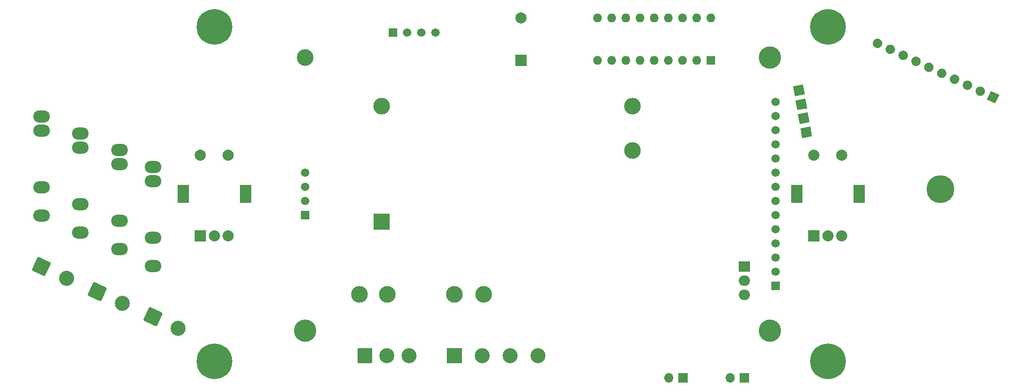
<source format=gbr>
G04 #@! TF.GenerationSoftware,KiCad,Pcbnew,5.1.9-73d0e3b20d~88~ubuntu20.04.1*
G04 #@! TF.CreationDate,2021-01-19T15:00:29+09:00*
G04 #@! TF.ProjectId,ESP32DUALDIAL,45535033-3244-4554-914c-4449414c2e6b,rev?*
G04 #@! TF.SameCoordinates,Original*
G04 #@! TF.FileFunction,Soldermask,Bot*
G04 #@! TF.FilePolarity,Negative*
%FSLAX46Y46*%
G04 Gerber Fmt 4.6, Leading zero omitted, Abs format (unit mm)*
G04 Created by KiCad (PCBNEW 5.1.9-73d0e3b20d~88~ubuntu20.04.1) date 2021-01-19 15:00:29*
%MOMM*%
%LPD*%
G01*
G04 APERTURE LIST*
%ADD10R,1.500000X1.500000*%
%ADD11C,1.500000*%
%ADD12C,4.000000*%
%ADD13C,3.000000*%
%ADD14R,2.000000X2.000000*%
%ADD15C,2.000000*%
%ADD16O,1.700000X1.700000*%
%ADD17R,1.700000X1.700000*%
%ADD18R,3.000000X3.000000*%
%ADD19R,2.000000X1.905000*%
%ADD20O,2.000000X1.905000*%
%ADD21R,2.000000X3.200000*%
%ADD22C,5.000000*%
%ADD23C,0.100000*%
%ADD24C,6.400000*%
%ADD25R,1.600000X1.600000*%
%ADD26O,1.600000X1.600000*%
%ADD27O,3.000000X2.200000*%
%ADD28R,2.700000X2.700000*%
%ADD29C,2.700000*%
G04 APERTURE END LIST*
D10*
X160600000Y-126501000D03*
D11*
X160600000Y-123961000D03*
X160600000Y-121421000D03*
X160600000Y-118881000D03*
X160600000Y-116341000D03*
X160600000Y-113801000D03*
X160600000Y-111261000D03*
X160600000Y-108721000D03*
X160600000Y-106181000D03*
D12*
X159600000Y-134500000D03*
X159600000Y-85500000D03*
X76300000Y-134500000D03*
D13*
X76300000Y-85500000D03*
D11*
X160600000Y-98561000D03*
X160600000Y-101101000D03*
X160600000Y-103641000D03*
X160600000Y-96021000D03*
X160600000Y-93481000D03*
X76300000Y-111261000D03*
D10*
X76300000Y-113801000D03*
D11*
X76300000Y-108721000D03*
X76300000Y-106181000D03*
D14*
X115000000Y-86000000D03*
D15*
X115000000Y-78400000D03*
D16*
X141460000Y-143000000D03*
D17*
X144000000Y-143000000D03*
X155000000Y-143000000D03*
D16*
X152460000Y-143000000D03*
D13*
X135000000Y-94200000D03*
X90000000Y-94200000D03*
X135000000Y-102200000D03*
D18*
X90000000Y-115000000D03*
D19*
X155000000Y-123000000D03*
D20*
X155000000Y-125540000D03*
X155000000Y-128080000D03*
D15*
X172500000Y-103000000D03*
X167500000Y-103000000D03*
D21*
X175600000Y-110000000D03*
X164400000Y-110000000D03*
D15*
X172500000Y-117500000D03*
X170000000Y-117500000D03*
D14*
X167500000Y-117500000D03*
X57500000Y-117500000D03*
D15*
X60000000Y-117500000D03*
X62500000Y-117500000D03*
D21*
X54400000Y-110000000D03*
X65600000Y-110000000D03*
D15*
X57500000Y-103000000D03*
X62500000Y-103000000D03*
D22*
X190192723Y-109149716D03*
D10*
X92000000Y-81000000D03*
D11*
X94540000Y-81000000D03*
X97080000Y-81000000D03*
X99620000Y-81000000D03*
G36*
G01*
X178526622Y-83721852D02*
X178526622Y-83721852D01*
G75*
G02*
X178115486Y-82592264I359226J770362D01*
G01*
X178115486Y-82592264D01*
G75*
G02*
X179245074Y-82181128I770362J-359226D01*
G01*
X179245074Y-82181128D01*
G75*
G02*
X179656210Y-83310716I-359226J-770362D01*
G01*
X179656210Y-83310716D01*
G75*
G02*
X178526622Y-83721852I-770362J359226D01*
G01*
G37*
G36*
G01*
X180828644Y-84795302D02*
X180828644Y-84795302D01*
G75*
G02*
X180417508Y-83665714I359226J770362D01*
G01*
X180417508Y-83665714D01*
G75*
G02*
X181547096Y-83254578I770362J-359226D01*
G01*
X181547096Y-83254578D01*
G75*
G02*
X181958232Y-84384166I-359226J-770362D01*
G01*
X181958232Y-84384166D01*
G75*
G02*
X180828644Y-84795302I-770362J359226D01*
G01*
G37*
G36*
G01*
X183130666Y-85868752D02*
X183130666Y-85868752D01*
G75*
G02*
X182719530Y-84739164I359226J770362D01*
G01*
X182719530Y-84739164D01*
G75*
G02*
X183849118Y-84328028I770362J-359226D01*
G01*
X183849118Y-84328028D01*
G75*
G02*
X184260254Y-85457616I-359226J-770362D01*
G01*
X184260254Y-85457616D01*
G75*
G02*
X183130666Y-85868752I-770362J359226D01*
G01*
G37*
G36*
G01*
X185432687Y-86942203D02*
X185432687Y-86942203D01*
G75*
G02*
X185021551Y-85812615I359226J770362D01*
G01*
X185021551Y-85812615D01*
G75*
G02*
X186151139Y-85401479I770362J-359226D01*
G01*
X186151139Y-85401479D01*
G75*
G02*
X186562275Y-86531067I-359226J-770362D01*
G01*
X186562275Y-86531067D01*
G75*
G02*
X185432687Y-86942203I-770362J359226D01*
G01*
G37*
G36*
G01*
X187734709Y-88015653D02*
X187734709Y-88015653D01*
G75*
G02*
X187323573Y-86886065I359226J770362D01*
G01*
X187323573Y-86886065D01*
G75*
G02*
X188453161Y-86474929I770362J-359226D01*
G01*
X188453161Y-86474929D01*
G75*
G02*
X188864297Y-87604517I-359226J-770362D01*
G01*
X188864297Y-87604517D01*
G75*
G02*
X187734709Y-88015653I-770362J359226D01*
G01*
G37*
G36*
G01*
X190036731Y-89089103D02*
X190036731Y-89089103D01*
G75*
G02*
X189625595Y-87959515I359226J770362D01*
G01*
X189625595Y-87959515D01*
G75*
G02*
X190755183Y-87548379I770362J-359226D01*
G01*
X190755183Y-87548379D01*
G75*
G02*
X191166319Y-88677967I-359226J-770362D01*
G01*
X191166319Y-88677967D01*
G75*
G02*
X190036731Y-89089103I-770362J359226D01*
G01*
G37*
G36*
G01*
X192338753Y-90162554D02*
X192338753Y-90162554D01*
G75*
G02*
X191927617Y-89032966I359226J770362D01*
G01*
X191927617Y-89032966D01*
G75*
G02*
X193057205Y-88621830I770362J-359226D01*
G01*
X193057205Y-88621830D01*
G75*
G02*
X193468341Y-89751418I-359226J-770362D01*
G01*
X193468341Y-89751418D01*
G75*
G02*
X192338753Y-90162554I-770362J359226D01*
G01*
G37*
G36*
G01*
X194640774Y-91236004D02*
X194640774Y-91236004D01*
G75*
G02*
X194229638Y-90106416I359226J770362D01*
G01*
X194229638Y-90106416D01*
G75*
G02*
X195359226Y-89695280I770362J-359226D01*
G01*
X195359226Y-89695280D01*
G75*
G02*
X195770362Y-90824868I-359226J-770362D01*
G01*
X195770362Y-90824868D01*
G75*
G02*
X194640774Y-91236004I-770362J359226D01*
G01*
G37*
G36*
G01*
X196942796Y-92309455D02*
X196942796Y-92309455D01*
G75*
G02*
X196531660Y-91179867I359226J770362D01*
G01*
X196531660Y-91179867D01*
G75*
G02*
X197661248Y-90768731I770362J-359226D01*
G01*
X197661248Y-90768731D01*
G75*
G02*
X198072384Y-91898319I-359226J-770362D01*
G01*
X198072384Y-91898319D01*
G75*
G02*
X196942796Y-92309455I-770362J359226D01*
G01*
G37*
D23*
G36*
X200015180Y-93742130D02*
G01*
X198474457Y-93023679D01*
X199192908Y-91482956D01*
X200733631Y-92201407D01*
X200015180Y-93742130D01*
G37*
D24*
X60000000Y-140000000D03*
X170000000Y-80000000D03*
X170000000Y-140000000D03*
X60000000Y-80000000D03*
D25*
X149000000Y-86000000D03*
D26*
X128680000Y-78380000D03*
X146460000Y-86000000D03*
X131220000Y-78380000D03*
X143920000Y-86000000D03*
X133760000Y-78380000D03*
X141380000Y-86000000D03*
X136300000Y-78380000D03*
X138840000Y-86000000D03*
X138840000Y-78380000D03*
X136300000Y-86000000D03*
X141380000Y-78380000D03*
X133760000Y-86000000D03*
X143920000Y-78380000D03*
X131220000Y-86000000D03*
X146460000Y-78380000D03*
X128680000Y-86000000D03*
X149000000Y-78380000D03*
D27*
X49000000Y-122880000D03*
X49000000Y-117800000D03*
X49000000Y-107640000D03*
X49000000Y-105100000D03*
X43000000Y-102100000D03*
X43000000Y-104640000D03*
X43000000Y-114800000D03*
X43000000Y-119880000D03*
X36000000Y-99100000D03*
X36000000Y-101640000D03*
X36000000Y-111800000D03*
X36000000Y-116880000D03*
X29000000Y-113880000D03*
X29000000Y-108800000D03*
X29000000Y-98640000D03*
X29000000Y-96100000D03*
D23*
G36*
X166836703Y-97853240D02*
G01*
X167149269Y-99625894D01*
X165376615Y-99938460D01*
X165064049Y-98165806D01*
X166836703Y-97853240D01*
G37*
G36*
X166395636Y-95351828D02*
G01*
X166708202Y-97124482D01*
X164935548Y-97437048D01*
X164622982Y-95664394D01*
X166395636Y-95351828D01*
G37*
G36*
X165954570Y-92850416D02*
G01*
X166267136Y-94623070D01*
X164494482Y-94935636D01*
X164181916Y-93162982D01*
X165954570Y-92850416D01*
G37*
G36*
X165513504Y-90349005D02*
G01*
X165826070Y-92121659D01*
X164053416Y-92434225D01*
X163740850Y-90661571D01*
X165513504Y-90349005D01*
G37*
D13*
X86000000Y-128000000D03*
X108300000Y-128000000D03*
X91000000Y-128000000D03*
X103000000Y-128000000D03*
D28*
X103000000Y-139000000D03*
D29*
X108000000Y-139000000D03*
X113000000Y-139000000D03*
X118000000Y-139000000D03*
G36*
G01*
X85650000Y-140099999D02*
X85650000Y-137900001D01*
G75*
G02*
X85900001Y-137650000I250001J0D01*
G01*
X88099999Y-137650000D01*
G75*
G02*
X88350000Y-137900001I0J-250001D01*
G01*
X88350000Y-140099999D01*
G75*
G02*
X88099999Y-140350000I-250001J0D01*
G01*
X85900001Y-140350000D01*
G75*
G02*
X85650000Y-140099999I0J250001D01*
G01*
G37*
X90960000Y-139000000D03*
X94920000Y-139000000D03*
G36*
G01*
X47311605Y-132426403D02*
X48241364Y-130432528D01*
G75*
G02*
X48573597Y-130311605I226578J-105655D01*
G01*
X50567472Y-131241364D01*
G75*
G02*
X50688395Y-131573597I-105655J-226578D01*
G01*
X49758636Y-133567472D01*
G75*
G02*
X49426403Y-133688395I-226578J105655D01*
G01*
X47432528Y-132758636D01*
G75*
G02*
X47311605Y-132426403I105655J226578D01*
G01*
G37*
X53531539Y-134113091D03*
G36*
G01*
X37311605Y-127926403D02*
X38241364Y-125932528D01*
G75*
G02*
X38573597Y-125811605I226578J-105655D01*
G01*
X40567472Y-126741364D01*
G75*
G02*
X40688395Y-127073597I-105655J-226578D01*
G01*
X39758636Y-129067472D01*
G75*
G02*
X39426403Y-129188395I-226578J105655D01*
G01*
X37432528Y-128258636D01*
G75*
G02*
X37311605Y-127926403I105655J226578D01*
G01*
G37*
X43531539Y-129613091D03*
G36*
G01*
X27311605Y-123426403D02*
X28241364Y-121432528D01*
G75*
G02*
X28573597Y-121311605I226578J-105655D01*
G01*
X30567472Y-122241364D01*
G75*
G02*
X30688395Y-122573597I-105655J-226578D01*
G01*
X29758636Y-124567472D01*
G75*
G02*
X29426403Y-124688395I-226578J105655D01*
G01*
X27432528Y-123758636D01*
G75*
G02*
X27311605Y-123426403I105655J226578D01*
G01*
G37*
X33531539Y-125113091D03*
M02*

</source>
